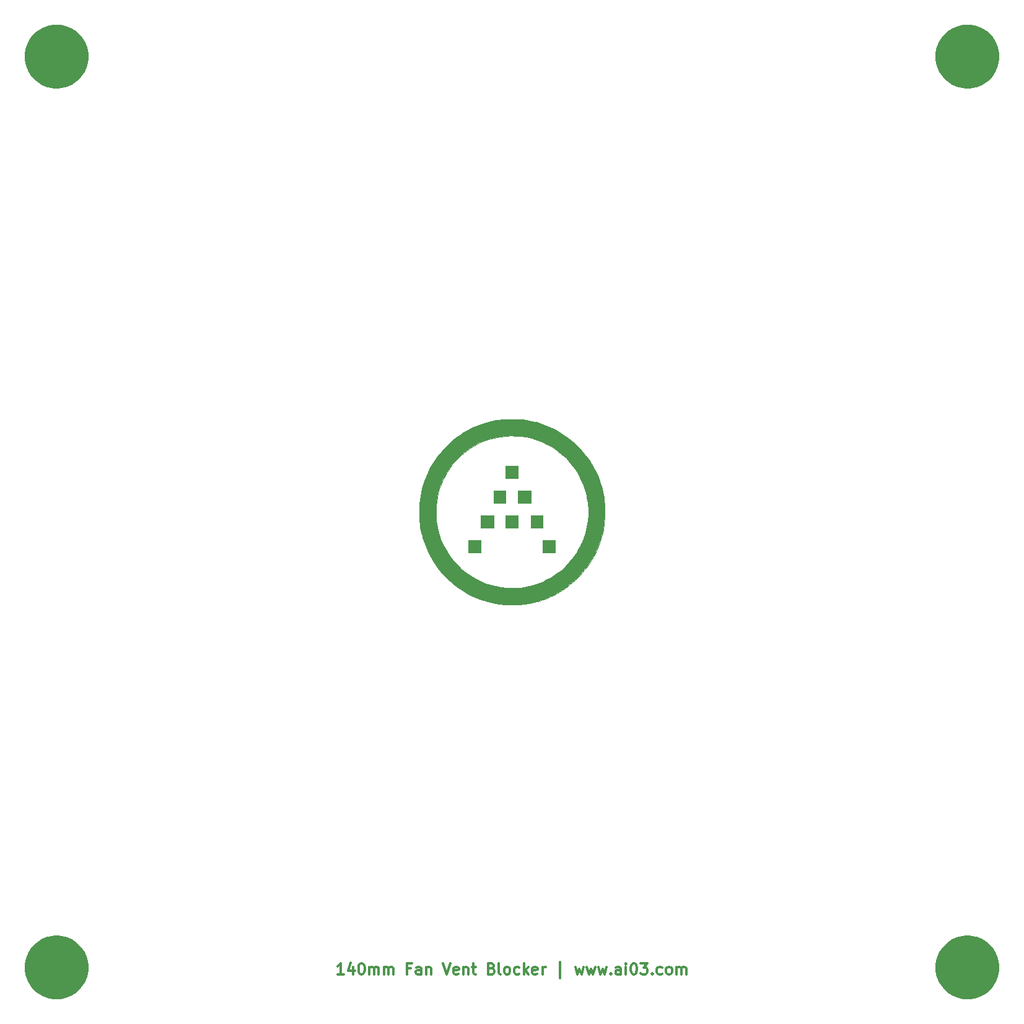
<source format=gts>
G04 #@! TF.GenerationSoftware,KiCad,Pcbnew,(5.1.4)-1*
G04 #@! TF.CreationDate,2020-12-31T01:26:22+09:00*
G04 #@! TF.ProjectId,fan-vent-blocker,66616e2d-7665-46e7-942d-626c6f636b65,rev?*
G04 #@! TF.SameCoordinates,Original*
G04 #@! TF.FileFunction,Soldermask,Top*
G04 #@! TF.FilePolarity,Negative*
%FSLAX46Y46*%
G04 Gerber Fmt 4.6, Leading zero omitted, Abs format (unit mm)*
G04 Created by KiCad (PCBNEW (5.1.4)-1) date 2020-12-31 01:26:22*
%MOMM*%
%LPD*%
G04 APERTURE LIST*
%ADD10C,0.300000*%
%ADD11C,0.010000*%
%ADD12C,0.100000*%
G04 APERTURE END LIST*
D10*
X77000000Y-163178571D02*
X76142857Y-163178571D01*
X76571428Y-163178571D02*
X76571428Y-161678571D01*
X76428571Y-161892857D01*
X76285714Y-162035714D01*
X76142857Y-162107142D01*
X78285714Y-162178571D02*
X78285714Y-163178571D01*
X77928571Y-161607142D02*
X77571428Y-162678571D01*
X78500000Y-162678571D01*
X79357142Y-161678571D02*
X79500000Y-161678571D01*
X79642857Y-161750000D01*
X79714285Y-161821428D01*
X79785714Y-161964285D01*
X79857142Y-162250000D01*
X79857142Y-162607142D01*
X79785714Y-162892857D01*
X79714285Y-163035714D01*
X79642857Y-163107142D01*
X79500000Y-163178571D01*
X79357142Y-163178571D01*
X79214285Y-163107142D01*
X79142857Y-163035714D01*
X79071428Y-162892857D01*
X79000000Y-162607142D01*
X79000000Y-162250000D01*
X79071428Y-161964285D01*
X79142857Y-161821428D01*
X79214285Y-161750000D01*
X79357142Y-161678571D01*
X80500000Y-163178571D02*
X80500000Y-162178571D01*
X80500000Y-162321428D02*
X80571428Y-162250000D01*
X80714285Y-162178571D01*
X80928571Y-162178571D01*
X81071428Y-162250000D01*
X81142857Y-162392857D01*
X81142857Y-163178571D01*
X81142857Y-162392857D02*
X81214285Y-162250000D01*
X81357142Y-162178571D01*
X81571428Y-162178571D01*
X81714285Y-162250000D01*
X81785714Y-162392857D01*
X81785714Y-163178571D01*
X82500000Y-163178571D02*
X82500000Y-162178571D01*
X82500000Y-162321428D02*
X82571428Y-162250000D01*
X82714285Y-162178571D01*
X82928571Y-162178571D01*
X83071428Y-162250000D01*
X83142857Y-162392857D01*
X83142857Y-163178571D01*
X83142857Y-162392857D02*
X83214285Y-162250000D01*
X83357142Y-162178571D01*
X83571428Y-162178571D01*
X83714285Y-162250000D01*
X83785714Y-162392857D01*
X83785714Y-163178571D01*
X86142857Y-162392857D02*
X85642857Y-162392857D01*
X85642857Y-163178571D02*
X85642857Y-161678571D01*
X86357142Y-161678571D01*
X87571428Y-163178571D02*
X87571428Y-162392857D01*
X87500000Y-162250000D01*
X87357142Y-162178571D01*
X87071428Y-162178571D01*
X86928571Y-162250000D01*
X87571428Y-163107142D02*
X87428571Y-163178571D01*
X87071428Y-163178571D01*
X86928571Y-163107142D01*
X86857142Y-162964285D01*
X86857142Y-162821428D01*
X86928571Y-162678571D01*
X87071428Y-162607142D01*
X87428571Y-162607142D01*
X87571428Y-162535714D01*
X88285714Y-162178571D02*
X88285714Y-163178571D01*
X88285714Y-162321428D02*
X88357142Y-162250000D01*
X88500000Y-162178571D01*
X88714285Y-162178571D01*
X88857142Y-162250000D01*
X88928571Y-162392857D01*
X88928571Y-163178571D01*
X90571428Y-161678571D02*
X91071428Y-163178571D01*
X91571428Y-161678571D01*
X92642857Y-163107142D02*
X92500000Y-163178571D01*
X92214285Y-163178571D01*
X92071428Y-163107142D01*
X92000000Y-162964285D01*
X92000000Y-162392857D01*
X92071428Y-162250000D01*
X92214285Y-162178571D01*
X92500000Y-162178571D01*
X92642857Y-162250000D01*
X92714285Y-162392857D01*
X92714285Y-162535714D01*
X92000000Y-162678571D01*
X93357142Y-162178571D02*
X93357142Y-163178571D01*
X93357142Y-162321428D02*
X93428571Y-162250000D01*
X93571428Y-162178571D01*
X93785714Y-162178571D01*
X93928571Y-162250000D01*
X94000000Y-162392857D01*
X94000000Y-163178571D01*
X94500000Y-162178571D02*
X95071428Y-162178571D01*
X94714285Y-161678571D02*
X94714285Y-162964285D01*
X94785714Y-163107142D01*
X94928571Y-163178571D01*
X95071428Y-163178571D01*
X97214285Y-162392857D02*
X97428571Y-162464285D01*
X97500000Y-162535714D01*
X97571428Y-162678571D01*
X97571428Y-162892857D01*
X97500000Y-163035714D01*
X97428571Y-163107142D01*
X97285714Y-163178571D01*
X96714285Y-163178571D01*
X96714285Y-161678571D01*
X97214285Y-161678571D01*
X97357142Y-161750000D01*
X97428571Y-161821428D01*
X97500000Y-161964285D01*
X97500000Y-162107142D01*
X97428571Y-162250000D01*
X97357142Y-162321428D01*
X97214285Y-162392857D01*
X96714285Y-162392857D01*
X98428571Y-163178571D02*
X98285714Y-163107142D01*
X98214285Y-162964285D01*
X98214285Y-161678571D01*
X99214285Y-163178571D02*
X99071428Y-163107142D01*
X99000000Y-163035714D01*
X98928571Y-162892857D01*
X98928571Y-162464285D01*
X99000000Y-162321428D01*
X99071428Y-162250000D01*
X99214285Y-162178571D01*
X99428571Y-162178571D01*
X99571428Y-162250000D01*
X99642857Y-162321428D01*
X99714285Y-162464285D01*
X99714285Y-162892857D01*
X99642857Y-163035714D01*
X99571428Y-163107142D01*
X99428571Y-163178571D01*
X99214285Y-163178571D01*
X101000000Y-163107142D02*
X100857142Y-163178571D01*
X100571428Y-163178571D01*
X100428571Y-163107142D01*
X100357142Y-163035714D01*
X100285714Y-162892857D01*
X100285714Y-162464285D01*
X100357142Y-162321428D01*
X100428571Y-162250000D01*
X100571428Y-162178571D01*
X100857142Y-162178571D01*
X101000000Y-162250000D01*
X101642857Y-163178571D02*
X101642857Y-161678571D01*
X101785714Y-162607142D02*
X102214285Y-163178571D01*
X102214285Y-162178571D02*
X101642857Y-162750000D01*
X103428571Y-163107142D02*
X103285714Y-163178571D01*
X103000000Y-163178571D01*
X102857142Y-163107142D01*
X102785714Y-162964285D01*
X102785714Y-162392857D01*
X102857142Y-162250000D01*
X103000000Y-162178571D01*
X103285714Y-162178571D01*
X103428571Y-162250000D01*
X103500000Y-162392857D01*
X103500000Y-162535714D01*
X102785714Y-162678571D01*
X104142857Y-163178571D02*
X104142857Y-162178571D01*
X104142857Y-162464285D02*
X104214285Y-162321428D01*
X104285714Y-162250000D01*
X104428571Y-162178571D01*
X104571428Y-162178571D01*
X106571428Y-163678571D02*
X106571428Y-161535714D01*
X108642857Y-162178571D02*
X108928571Y-163178571D01*
X109214285Y-162464285D01*
X109500000Y-163178571D01*
X109785714Y-162178571D01*
X110214285Y-162178571D02*
X110500000Y-163178571D01*
X110785714Y-162464285D01*
X111071428Y-163178571D01*
X111357142Y-162178571D01*
X111785714Y-162178571D02*
X112071428Y-163178571D01*
X112357142Y-162464285D01*
X112642857Y-163178571D01*
X112928571Y-162178571D01*
X113500000Y-163035714D02*
X113571428Y-163107142D01*
X113500000Y-163178571D01*
X113428571Y-163107142D01*
X113500000Y-163035714D01*
X113500000Y-163178571D01*
X114857142Y-163178571D02*
X114857142Y-162392857D01*
X114785714Y-162250000D01*
X114642857Y-162178571D01*
X114357142Y-162178571D01*
X114214285Y-162250000D01*
X114857142Y-163107142D02*
X114714285Y-163178571D01*
X114357142Y-163178571D01*
X114214285Y-163107142D01*
X114142857Y-162964285D01*
X114142857Y-162821428D01*
X114214285Y-162678571D01*
X114357142Y-162607142D01*
X114714285Y-162607142D01*
X114857142Y-162535714D01*
X115571428Y-163178571D02*
X115571428Y-162178571D01*
X115571428Y-161678571D02*
X115500000Y-161750000D01*
X115571428Y-161821428D01*
X115642857Y-161750000D01*
X115571428Y-161678571D01*
X115571428Y-161821428D01*
X116571428Y-161678571D02*
X116714285Y-161678571D01*
X116857142Y-161750000D01*
X116928571Y-161821428D01*
X117000000Y-161964285D01*
X117071428Y-162250000D01*
X117071428Y-162607142D01*
X117000000Y-162892857D01*
X116928571Y-163035714D01*
X116857142Y-163107142D01*
X116714285Y-163178571D01*
X116571428Y-163178571D01*
X116428571Y-163107142D01*
X116357142Y-163035714D01*
X116285714Y-162892857D01*
X116214285Y-162607142D01*
X116214285Y-162250000D01*
X116285714Y-161964285D01*
X116357142Y-161821428D01*
X116428571Y-161750000D01*
X116571428Y-161678571D01*
X117571428Y-161678571D02*
X118500000Y-161678571D01*
X118000000Y-162250000D01*
X118214285Y-162250000D01*
X118357142Y-162321428D01*
X118428571Y-162392857D01*
X118500000Y-162535714D01*
X118500000Y-162892857D01*
X118428571Y-163035714D01*
X118357142Y-163107142D01*
X118214285Y-163178571D01*
X117785714Y-163178571D01*
X117642857Y-163107142D01*
X117571428Y-163035714D01*
X119142857Y-163035714D02*
X119214285Y-163107142D01*
X119142857Y-163178571D01*
X119071428Y-163107142D01*
X119142857Y-163035714D01*
X119142857Y-163178571D01*
X120500000Y-163107142D02*
X120357142Y-163178571D01*
X120071428Y-163178571D01*
X119928571Y-163107142D01*
X119857142Y-163035714D01*
X119785714Y-162892857D01*
X119785714Y-162464285D01*
X119857142Y-162321428D01*
X119928571Y-162250000D01*
X120071428Y-162178571D01*
X120357142Y-162178571D01*
X120500000Y-162250000D01*
X121357142Y-163178571D02*
X121214285Y-163107142D01*
X121142857Y-163035714D01*
X121071428Y-162892857D01*
X121071428Y-162464285D01*
X121142857Y-162321428D01*
X121214285Y-162250000D01*
X121357142Y-162178571D01*
X121571428Y-162178571D01*
X121714285Y-162250000D01*
X121785714Y-162321428D01*
X121857142Y-162464285D01*
X121857142Y-162892857D01*
X121785714Y-163035714D01*
X121714285Y-163107142D01*
X121571428Y-163178571D01*
X121357142Y-163178571D01*
X122500000Y-163178571D02*
X122500000Y-162178571D01*
X122500000Y-162321428D02*
X122571428Y-162250000D01*
X122714285Y-162178571D01*
X122928571Y-162178571D01*
X123071428Y-162250000D01*
X123142857Y-162392857D01*
X123142857Y-163178571D01*
X123142857Y-162392857D02*
X123214285Y-162250000D01*
X123357142Y-162178571D01*
X123571428Y-162178571D01*
X123714285Y-162250000D01*
X123785714Y-162392857D01*
X123785714Y-163178571D01*
D11*
G36*
X100812799Y-95394133D02*
G01*
X99085600Y-95394133D01*
X99085600Y-93666933D01*
X100812799Y-93666933D01*
X100812799Y-95394133D01*
X100812799Y-95394133D01*
G37*
X100812799Y-95394133D02*
X99085600Y-95394133D01*
X99085600Y-93666933D01*
X100812799Y-93666933D01*
X100812799Y-95394133D01*
G36*
X102539999Y-98746933D02*
G01*
X100812799Y-98746933D01*
X100812799Y-97121333D01*
X102539999Y-97121333D01*
X102539999Y-98746933D01*
X102539999Y-98746933D01*
G37*
X102539999Y-98746933D02*
X100812799Y-98746933D01*
X100812799Y-97121333D01*
X102539999Y-97121333D01*
X102539999Y-98746933D01*
G36*
X99085600Y-98746933D02*
G01*
X97460000Y-98746933D01*
X97460000Y-97121333D01*
X99085600Y-97121333D01*
X99085600Y-98746933D01*
X99085600Y-98746933D01*
G37*
X99085600Y-98746933D02*
X97460000Y-98746933D01*
X97460000Y-97121333D01*
X99085600Y-97121333D01*
X99085600Y-98746933D01*
G36*
X104165600Y-102201333D02*
G01*
X102539999Y-102201333D01*
X102539999Y-100474133D01*
X104165600Y-100474133D01*
X104165600Y-102201333D01*
X104165600Y-102201333D01*
G37*
X104165600Y-102201333D02*
X102539999Y-102201333D01*
X102539999Y-100474133D01*
X104165600Y-100474133D01*
X104165600Y-102201333D01*
G36*
X100812799Y-102201333D02*
G01*
X99085600Y-102201333D01*
X99085600Y-100474133D01*
X100812799Y-100474133D01*
X100812799Y-102201333D01*
X100812799Y-102201333D01*
G37*
X100812799Y-102201333D02*
X99085600Y-102201333D01*
X99085600Y-100474133D01*
X100812799Y-100474133D01*
X100812799Y-102201333D01*
G36*
X97460000Y-102201333D02*
G01*
X95732800Y-102201333D01*
X95732800Y-100474133D01*
X97460000Y-100474133D01*
X97460000Y-102201333D01*
X97460000Y-102201333D01*
G37*
X97460000Y-102201333D02*
X95732800Y-102201333D01*
X95732800Y-100474133D01*
X97460000Y-100474133D01*
X97460000Y-102201333D01*
G36*
X105892800Y-105554133D02*
G01*
X104165600Y-105554133D01*
X104165600Y-103826933D01*
X105892800Y-103826933D01*
X105892800Y-105554133D01*
X105892800Y-105554133D01*
G37*
X105892800Y-105554133D02*
X104165600Y-105554133D01*
X104165600Y-103826933D01*
X105892800Y-103826933D01*
X105892800Y-105554133D01*
G36*
X95732800Y-105554133D02*
G01*
X94005599Y-105554133D01*
X94005599Y-103826933D01*
X95732800Y-103826933D01*
X95732800Y-105554133D01*
X95732800Y-105554133D01*
G37*
X95732800Y-105554133D02*
X94005599Y-105554133D01*
X94005599Y-103826933D01*
X95732800Y-103826933D01*
X95732800Y-105554133D01*
G36*
X100016933Y-87319656D02*
G01*
X100546505Y-87325504D01*
X101023142Y-87343240D01*
X101460873Y-87374587D01*
X101873731Y-87421267D01*
X102275745Y-87485003D01*
X102680946Y-87567517D01*
X103103365Y-87670532D01*
X103296553Y-87722318D01*
X104186355Y-88000667D01*
X105048597Y-88339164D01*
X105880011Y-88736117D01*
X106677330Y-89189836D01*
X107437287Y-89698629D01*
X108086440Y-90202097D01*
X108759159Y-90802525D01*
X109387796Y-91448691D01*
X109969433Y-92136040D01*
X110501154Y-92860018D01*
X110980041Y-93616070D01*
X111403177Y-94399640D01*
X111767645Y-95206173D01*
X112070528Y-96031116D01*
X112278545Y-96747960D01*
X112419646Y-97345233D01*
X112527849Y-97908158D01*
X112606324Y-98459720D01*
X112658240Y-99022904D01*
X112686765Y-99620693D01*
X112689554Y-99729066D01*
X112677951Y-100660466D01*
X112600320Y-101576875D01*
X112456684Y-102478167D01*
X112247067Y-103364218D01*
X111971493Y-104234900D01*
X111697585Y-104934344D01*
X111577768Y-105212808D01*
X111475102Y-105443881D01*
X111381795Y-105643147D01*
X111290055Y-105826189D01*
X111192090Y-106008589D01*
X111080108Y-106205931D01*
X110955841Y-106417733D01*
X110447174Y-107212490D01*
X109892061Y-107957984D01*
X109289936Y-108654783D01*
X108640234Y-109303451D01*
X107942388Y-109904554D01*
X107195835Y-110458657D01*
X106417733Y-110955841D01*
X106192327Y-111087975D01*
X105996431Y-111198808D01*
X105814463Y-111296131D01*
X105630839Y-111387736D01*
X105429977Y-111481415D01*
X105196294Y-111584960D01*
X104934344Y-111697585D01*
X104523748Y-111866322D01*
X104145220Y-112007287D01*
X103773532Y-112128833D01*
X103383457Y-112239312D01*
X103031066Y-112327773D01*
X102329129Y-112479472D01*
X101658859Y-112589026D01*
X101000819Y-112658742D01*
X100335568Y-112690925D01*
X99949200Y-112693388D01*
X99730667Y-112691191D01*
X99525350Y-112688181D01*
X99346660Y-112684629D01*
X99208011Y-112680802D01*
X99122815Y-112676971D01*
X99119466Y-112676730D01*
X98197125Y-112574536D01*
X97289362Y-112408193D01*
X96399843Y-112179057D01*
X95532235Y-111888480D01*
X94690202Y-111537819D01*
X93877410Y-111128427D01*
X93097524Y-110661659D01*
X92453446Y-110213528D01*
X91715621Y-109623249D01*
X91030038Y-108990240D01*
X90397655Y-108315900D01*
X89819429Y-107601629D01*
X89296316Y-106848826D01*
X88829273Y-106058889D01*
X88419257Y-105233217D01*
X88067226Y-104373210D01*
X87774135Y-103480267D01*
X87722318Y-103296553D01*
X87609822Y-102862231D01*
X87518579Y-102451246D01*
X87446865Y-102049567D01*
X87392959Y-101643164D01*
X87355137Y-101218005D01*
X87331676Y-100760061D01*
X87320855Y-100255301D01*
X87319656Y-100016933D01*
X87322539Y-99780726D01*
X89592720Y-99780726D01*
X89593162Y-100122649D01*
X89600266Y-100462551D01*
X89613904Y-100783089D01*
X89633945Y-101066921D01*
X89649816Y-101219199D01*
X89785811Y-102061003D01*
X89984858Y-102878562D01*
X90246190Y-103670279D01*
X90569042Y-104434554D01*
X90952647Y-105169789D01*
X91396239Y-105874386D01*
X91899054Y-106546745D01*
X92460323Y-107185267D01*
X92555622Y-107284309D01*
X93128355Y-107826493D01*
X93750017Y-108329686D01*
X94409091Y-108785450D01*
X95094054Y-109185349D01*
X95289419Y-109286415D01*
X95606894Y-109442785D01*
X95885258Y-109571720D01*
X96143378Y-109680808D01*
X96400120Y-109777637D01*
X96674351Y-109869795D01*
X96952000Y-109955103D01*
X97759307Y-110165932D01*
X98551845Y-110312922D01*
X99335796Y-110396645D01*
X100117344Y-110417674D01*
X100902674Y-110376580D01*
X101186586Y-110346797D01*
X101985867Y-110223305D01*
X102752080Y-110044920D01*
X103495922Y-109808441D01*
X104228089Y-109510672D01*
X104641773Y-109313560D01*
X105369803Y-108914974D01*
X106049978Y-108472369D01*
X106685532Y-107982822D01*
X107279698Y-107443412D01*
X107835708Y-106851219D01*
X108356796Y-106203320D01*
X108818739Y-105539240D01*
X108925941Y-105363488D01*
X109051053Y-105141077D01*
X109186307Y-104887450D01*
X109323940Y-104618053D01*
X109456185Y-104348330D01*
X109575277Y-104093724D01*
X109673450Y-103869681D01*
X109730784Y-103725333D01*
X109999020Y-102908091D01*
X110201242Y-102085739D01*
X110337278Y-101260586D01*
X110406956Y-100434943D01*
X110410103Y-99611121D01*
X110346547Y-98791430D01*
X110216115Y-97978181D01*
X110174287Y-97781733D01*
X110030718Y-97200217D01*
X109867274Y-96661834D01*
X109675538Y-96142962D01*
X109447096Y-95619977D01*
X109286415Y-95289419D01*
X108886608Y-94569002D01*
X108430824Y-93884472D01*
X107922338Y-93238903D01*
X107364426Y-92635366D01*
X106760364Y-92076933D01*
X106113426Y-91566676D01*
X105426889Y-91107668D01*
X104704028Y-90702981D01*
X104088854Y-90414846D01*
X103356572Y-90131562D01*
X102620343Y-89909704D01*
X101871597Y-89747534D01*
X101101763Y-89643310D01*
X100302273Y-89595293D01*
X100033866Y-89591496D01*
X99188664Y-89618677D01*
X98371052Y-89706758D01*
X97577730Y-89856739D01*
X96805395Y-90069617D01*
X96050746Y-90346390D01*
X95310480Y-90688057D01*
X94581296Y-91095615D01*
X94151656Y-91369575D01*
X93556741Y-91802760D01*
X92984163Y-92291319D01*
X92440921Y-92827045D01*
X91934016Y-93401731D01*
X91470448Y-94007171D01*
X91057216Y-94635159D01*
X90701320Y-95277487D01*
X90552858Y-95588608D01*
X90290872Y-96206674D01*
X90076552Y-96800759D01*
X89904791Y-97389337D01*
X89770477Y-97990885D01*
X89668504Y-98623876D01*
X89632660Y-98916266D01*
X89612340Y-99160192D01*
X89599070Y-99454126D01*
X89592720Y-99780726D01*
X87322539Y-99780726D01*
X87327103Y-99406819D01*
X87352164Y-98848454D01*
X87397281Y-98327572D01*
X87464896Y-97829909D01*
X87557450Y-97341202D01*
X87677384Y-96847186D01*
X87827140Y-96333596D01*
X88009160Y-95786169D01*
X88076122Y-95597333D01*
X88410563Y-94766531D01*
X88806682Y-93962973D01*
X89263667Y-93187776D01*
X89780703Y-92442062D01*
X90356977Y-91726948D01*
X90991674Y-91043554D01*
X91683981Y-90393000D01*
X92139822Y-90008232D01*
X92506024Y-89728794D01*
X92922191Y-89441536D01*
X93372790Y-89155893D01*
X93842287Y-88881302D01*
X94315150Y-88627198D01*
X94775845Y-88403019D01*
X94801466Y-88391315D01*
X95099965Y-88263858D01*
X95446338Y-88129945D01*
X95821939Y-87995888D01*
X96208123Y-87867996D01*
X96586246Y-87752581D01*
X96937660Y-87655952D01*
X97073706Y-87622274D01*
X97471464Y-87533666D01*
X97851087Y-87462582D01*
X98226574Y-87407583D01*
X98611922Y-87367230D01*
X99021132Y-87340083D01*
X99468200Y-87324704D01*
X99967126Y-87319652D01*
X100016933Y-87319656D01*
X100016933Y-87319656D01*
G37*
X100016933Y-87319656D02*
X100546505Y-87325504D01*
X101023142Y-87343240D01*
X101460873Y-87374587D01*
X101873731Y-87421267D01*
X102275745Y-87485003D01*
X102680946Y-87567517D01*
X103103365Y-87670532D01*
X103296553Y-87722318D01*
X104186355Y-88000667D01*
X105048597Y-88339164D01*
X105880011Y-88736117D01*
X106677330Y-89189836D01*
X107437287Y-89698629D01*
X108086440Y-90202097D01*
X108759159Y-90802525D01*
X109387796Y-91448691D01*
X109969433Y-92136040D01*
X110501154Y-92860018D01*
X110980041Y-93616070D01*
X111403177Y-94399640D01*
X111767645Y-95206173D01*
X112070528Y-96031116D01*
X112278545Y-96747960D01*
X112419646Y-97345233D01*
X112527849Y-97908158D01*
X112606324Y-98459720D01*
X112658240Y-99022904D01*
X112686765Y-99620693D01*
X112689554Y-99729066D01*
X112677951Y-100660466D01*
X112600320Y-101576875D01*
X112456684Y-102478167D01*
X112247067Y-103364218D01*
X111971493Y-104234900D01*
X111697585Y-104934344D01*
X111577768Y-105212808D01*
X111475102Y-105443881D01*
X111381795Y-105643147D01*
X111290055Y-105826189D01*
X111192090Y-106008589D01*
X111080108Y-106205931D01*
X110955841Y-106417733D01*
X110447174Y-107212490D01*
X109892061Y-107957984D01*
X109289936Y-108654783D01*
X108640234Y-109303451D01*
X107942388Y-109904554D01*
X107195835Y-110458657D01*
X106417733Y-110955841D01*
X106192327Y-111087975D01*
X105996431Y-111198808D01*
X105814463Y-111296131D01*
X105630839Y-111387736D01*
X105429977Y-111481415D01*
X105196294Y-111584960D01*
X104934344Y-111697585D01*
X104523748Y-111866322D01*
X104145220Y-112007287D01*
X103773532Y-112128833D01*
X103383457Y-112239312D01*
X103031066Y-112327773D01*
X102329129Y-112479472D01*
X101658859Y-112589026D01*
X101000819Y-112658742D01*
X100335568Y-112690925D01*
X99949200Y-112693388D01*
X99730667Y-112691191D01*
X99525350Y-112688181D01*
X99346660Y-112684629D01*
X99208011Y-112680802D01*
X99122815Y-112676971D01*
X99119466Y-112676730D01*
X98197125Y-112574536D01*
X97289362Y-112408193D01*
X96399843Y-112179057D01*
X95532235Y-111888480D01*
X94690202Y-111537819D01*
X93877410Y-111128427D01*
X93097524Y-110661659D01*
X92453446Y-110213528D01*
X91715621Y-109623249D01*
X91030038Y-108990240D01*
X90397655Y-108315900D01*
X89819429Y-107601629D01*
X89296316Y-106848826D01*
X88829273Y-106058889D01*
X88419257Y-105233217D01*
X88067226Y-104373210D01*
X87774135Y-103480267D01*
X87722318Y-103296553D01*
X87609822Y-102862231D01*
X87518579Y-102451246D01*
X87446865Y-102049567D01*
X87392959Y-101643164D01*
X87355137Y-101218005D01*
X87331676Y-100760061D01*
X87320855Y-100255301D01*
X87319656Y-100016933D01*
X87322539Y-99780726D01*
X89592720Y-99780726D01*
X89593162Y-100122649D01*
X89600266Y-100462551D01*
X89613904Y-100783089D01*
X89633945Y-101066921D01*
X89649816Y-101219199D01*
X89785811Y-102061003D01*
X89984858Y-102878562D01*
X90246190Y-103670279D01*
X90569042Y-104434554D01*
X90952647Y-105169789D01*
X91396239Y-105874386D01*
X91899054Y-106546745D01*
X92460323Y-107185267D01*
X92555622Y-107284309D01*
X93128355Y-107826493D01*
X93750017Y-108329686D01*
X94409091Y-108785450D01*
X95094054Y-109185349D01*
X95289419Y-109286415D01*
X95606894Y-109442785D01*
X95885258Y-109571720D01*
X96143378Y-109680808D01*
X96400120Y-109777637D01*
X96674351Y-109869795D01*
X96952000Y-109955103D01*
X97759307Y-110165932D01*
X98551845Y-110312922D01*
X99335796Y-110396645D01*
X100117344Y-110417674D01*
X100902674Y-110376580D01*
X101186586Y-110346797D01*
X101985867Y-110223305D01*
X102752080Y-110044920D01*
X103495922Y-109808441D01*
X104228089Y-109510672D01*
X104641773Y-109313560D01*
X105369803Y-108914974D01*
X106049978Y-108472369D01*
X106685532Y-107982822D01*
X107279698Y-107443412D01*
X107835708Y-106851219D01*
X108356796Y-106203320D01*
X108818739Y-105539240D01*
X108925941Y-105363488D01*
X109051053Y-105141077D01*
X109186307Y-104887450D01*
X109323940Y-104618053D01*
X109456185Y-104348330D01*
X109575277Y-104093724D01*
X109673450Y-103869681D01*
X109730784Y-103725333D01*
X109999020Y-102908091D01*
X110201242Y-102085739D01*
X110337278Y-101260586D01*
X110406956Y-100434943D01*
X110410103Y-99611121D01*
X110346547Y-98791430D01*
X110216115Y-97978181D01*
X110174287Y-97781733D01*
X110030718Y-97200217D01*
X109867274Y-96661834D01*
X109675538Y-96142962D01*
X109447096Y-95619977D01*
X109286415Y-95289419D01*
X108886608Y-94569002D01*
X108430824Y-93884472D01*
X107922338Y-93238903D01*
X107364426Y-92635366D01*
X106760364Y-92076933D01*
X106113426Y-91566676D01*
X105426889Y-91107668D01*
X104704028Y-90702981D01*
X104088854Y-90414846D01*
X103356572Y-90131562D01*
X102620343Y-89909704D01*
X101871597Y-89747534D01*
X101101763Y-89643310D01*
X100302273Y-89595293D01*
X100033866Y-89591496D01*
X99188664Y-89618677D01*
X98371052Y-89706758D01*
X97577730Y-89856739D01*
X96805395Y-90069617D01*
X96050746Y-90346390D01*
X95310480Y-90688057D01*
X94581296Y-91095615D01*
X94151656Y-91369575D01*
X93556741Y-91802760D01*
X92984163Y-92291319D01*
X92440921Y-92827045D01*
X91934016Y-93401731D01*
X91470448Y-94007171D01*
X91057216Y-94635159D01*
X90701320Y-95277487D01*
X90552858Y-95588608D01*
X90290872Y-96206674D01*
X90076552Y-96800759D01*
X89904791Y-97389337D01*
X89770477Y-97990885D01*
X89668504Y-98623876D01*
X89632660Y-98916266D01*
X89612340Y-99160192D01*
X89599070Y-99454126D01*
X89592720Y-99780726D01*
X87322539Y-99780726D01*
X87327103Y-99406819D01*
X87352164Y-98848454D01*
X87397281Y-98327572D01*
X87464896Y-97829909D01*
X87557450Y-97341202D01*
X87677384Y-96847186D01*
X87827140Y-96333596D01*
X88009160Y-95786169D01*
X88076122Y-95597333D01*
X88410563Y-94766531D01*
X88806682Y-93962973D01*
X89263667Y-93187776D01*
X89780703Y-92442062D01*
X90356977Y-91726948D01*
X90991674Y-91043554D01*
X91683981Y-90393000D01*
X92139822Y-90008232D01*
X92506024Y-89728794D01*
X92922191Y-89441536D01*
X93372790Y-89155893D01*
X93842287Y-88881302D01*
X94315150Y-88627198D01*
X94775845Y-88403019D01*
X94801466Y-88391315D01*
X95099965Y-88263858D01*
X95446338Y-88129945D01*
X95821939Y-87995888D01*
X96208123Y-87867996D01*
X96586246Y-87752581D01*
X96937660Y-87655952D01*
X97073706Y-87622274D01*
X97471464Y-87533666D01*
X97851087Y-87462582D01*
X98226574Y-87407583D01*
X98611922Y-87367230D01*
X99021132Y-87340083D01*
X99468200Y-87324704D01*
X99967126Y-87319652D01*
X100016933Y-87319656D01*
D12*
G36*
X38298156Y-157922794D02*
G01*
X39019140Y-158066206D01*
X39810972Y-158394193D01*
X40523601Y-158870357D01*
X41129643Y-159476399D01*
X41605807Y-160189028D01*
X41933794Y-160980860D01*
X42101000Y-161821464D01*
X42101000Y-162678536D01*
X41933794Y-163519140D01*
X41605807Y-164310972D01*
X41129643Y-165023601D01*
X40523601Y-165629643D01*
X39810972Y-166105807D01*
X39019140Y-166433794D01*
X38298156Y-166577206D01*
X38178537Y-166601000D01*
X37321463Y-166601000D01*
X37201844Y-166577206D01*
X36480860Y-166433794D01*
X35689028Y-166105807D01*
X34976399Y-165629643D01*
X34370357Y-165023601D01*
X33894193Y-164310972D01*
X33566206Y-163519140D01*
X33399000Y-162678536D01*
X33399000Y-161821464D01*
X33566206Y-160980860D01*
X33894193Y-160189028D01*
X34370357Y-159476399D01*
X34976399Y-158870357D01*
X35689028Y-158394193D01*
X36480860Y-158066206D01*
X37201844Y-157922794D01*
X37321463Y-157899000D01*
X38178537Y-157899000D01*
X38298156Y-157922794D01*
X38298156Y-157922794D01*
G37*
G36*
X162798156Y-157922794D02*
G01*
X163519140Y-158066206D01*
X164310972Y-158394193D01*
X165023601Y-158870357D01*
X165629643Y-159476399D01*
X166105807Y-160189028D01*
X166433794Y-160980860D01*
X166601000Y-161821464D01*
X166601000Y-162678536D01*
X166433794Y-163519140D01*
X166105807Y-164310972D01*
X165629643Y-165023601D01*
X165023601Y-165629643D01*
X164310972Y-166105807D01*
X163519140Y-166433794D01*
X162798156Y-166577206D01*
X162678537Y-166601000D01*
X161821463Y-166601000D01*
X161701844Y-166577206D01*
X160980860Y-166433794D01*
X160189028Y-166105807D01*
X159476399Y-165629643D01*
X158870357Y-165023601D01*
X158394193Y-164310972D01*
X158066206Y-163519140D01*
X157899000Y-162678536D01*
X157899000Y-161821464D01*
X158066206Y-160980860D01*
X158394193Y-160189028D01*
X158870357Y-159476399D01*
X159476399Y-158870357D01*
X160189028Y-158394193D01*
X160980860Y-158066206D01*
X161701844Y-157922794D01*
X161821463Y-157899000D01*
X162678537Y-157899000D01*
X162798156Y-157922794D01*
X162798156Y-157922794D01*
G37*
G36*
X38298156Y-33422794D02*
G01*
X39019140Y-33566206D01*
X39810972Y-33894193D01*
X40523601Y-34370357D01*
X41129643Y-34976399D01*
X41605807Y-35689028D01*
X41933794Y-36480860D01*
X42101000Y-37321464D01*
X42101000Y-38178536D01*
X41933794Y-39019140D01*
X41605807Y-39810972D01*
X41129643Y-40523601D01*
X40523601Y-41129643D01*
X39810972Y-41605807D01*
X39019140Y-41933794D01*
X38298156Y-42077206D01*
X38178537Y-42101000D01*
X37321463Y-42101000D01*
X37201844Y-42077206D01*
X36480860Y-41933794D01*
X35689028Y-41605807D01*
X34976399Y-41129643D01*
X34370357Y-40523601D01*
X33894193Y-39810972D01*
X33566206Y-39019140D01*
X33399000Y-38178536D01*
X33399000Y-37321464D01*
X33566206Y-36480860D01*
X33894193Y-35689028D01*
X34370357Y-34976399D01*
X34976399Y-34370357D01*
X35689028Y-33894193D01*
X36480860Y-33566206D01*
X37201844Y-33422794D01*
X37321463Y-33399000D01*
X38178537Y-33399000D01*
X38298156Y-33422794D01*
X38298156Y-33422794D01*
G37*
G36*
X162798156Y-33422794D02*
G01*
X163519140Y-33566206D01*
X164310972Y-33894193D01*
X165023601Y-34370357D01*
X165629643Y-34976399D01*
X166105807Y-35689028D01*
X166433794Y-36480860D01*
X166601000Y-37321464D01*
X166601000Y-38178536D01*
X166433794Y-39019140D01*
X166105807Y-39810972D01*
X165629643Y-40523601D01*
X165023601Y-41129643D01*
X164310972Y-41605807D01*
X163519140Y-41933794D01*
X162798156Y-42077206D01*
X162678537Y-42101000D01*
X161821463Y-42101000D01*
X161701844Y-42077206D01*
X160980860Y-41933794D01*
X160189028Y-41605807D01*
X159476399Y-41129643D01*
X158870357Y-40523601D01*
X158394193Y-39810972D01*
X158066206Y-39019140D01*
X157899000Y-38178536D01*
X157899000Y-37321464D01*
X158066206Y-36480860D01*
X158394193Y-35689028D01*
X158870357Y-34976399D01*
X159476399Y-34370357D01*
X160189028Y-33894193D01*
X160980860Y-33566206D01*
X161701844Y-33422794D01*
X161821463Y-33399000D01*
X162678537Y-33399000D01*
X162798156Y-33422794D01*
X162798156Y-33422794D01*
G37*
M02*

</source>
